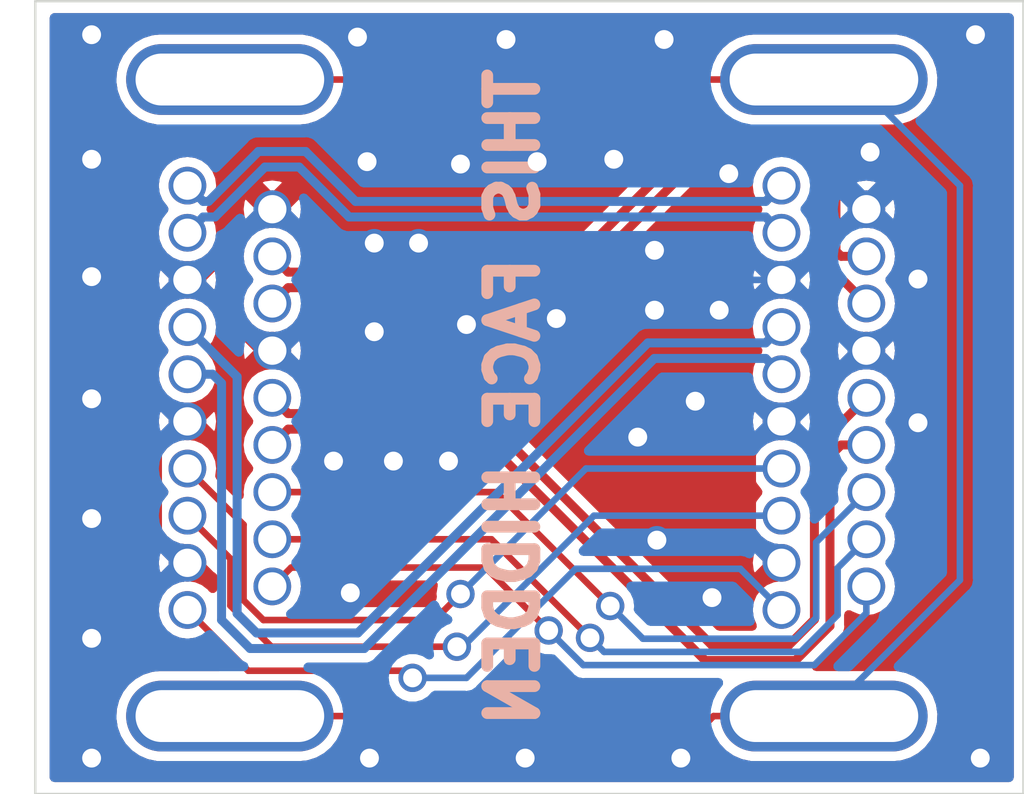
<source format=kicad_pcb>
(kicad_pcb (version 20211014) (generator pcbnew)
  (layers (0 "F.Cu" signal) (31 "B.Cu" signal) (34 "B.Paste" user) (35 "F.Paste" user) (36 "B.SilkS" user "B.Silkscreen") (37 "F.SilkS" user "F.Silkscreen") (38 "B.Mask" user) (39 "F.Mask" user) (44 "Edge.Cuts" user))
  (net 0 "")
  (net 1 "Net-(J2-PadSH)")
  (net 2 "Net-(J2-Pad19)")
  (net 3 "Net-(J2-Pad18)")
  (net 4 "Net-(J2-Pad16)")
  (net 5 "Net-(J2-Pad15)")
  (net 6 "Net-(J2-Pad14)")
  (net 7 "Net-(J2-Pad13)")
  (net 8 "/GND")
  (net 9 "/CLK_N")
  (net 10 "/CLK_P")
  (net 11 "/D0_N")
  (net 12 "/D0_P")
  (net 13 "/D1_N")
  (net 14 "/D1_P")
  (net 15 "/D2_N")
  (net 16 "/D2_P")
  (footprint "ymm:HDMI_A_Kycon_KDMIX-SL1-NS-WS-B15_VerticalRightAngle" (layer "F.Cu") (at 49.2252 27.2796 180)
    (fp_text reference "J2" hide)
    (fp_text value "HDMI_A" hide)
    (pad "1" thru_hole circle locked (at 0 0 180) (size 0.8 0.8) (drill 0.6) (layers *.Cu *.Mask) (net 16 "/D2_P"))
    (pad "2" thru_hole circle locked (at -1.8 -0.5 180) (size 0.8 0.8) (drill 0.6) (layers *.Cu *.Mask) (net 8 "/GND"))
    (pad "3" thru_hole circle locked (at 0 -1 180) (size 0.8 0.8) (drill 0.6) (layers *.Cu *.Mask) (net 15 "/D2_N"))
    (pad "4" thru_hole circle locked (at -1.8 -1.5 180) (size 0.8 0.8) (drill 0.6) (layers *.Cu *.Mask) (net 14 "/D1_P"))
    (pad "5" thru_hole circle locked (at 0 -2 180) (size 0.8 0.8) (drill 0.6) (layers *.Cu *.Mask) (net 8 "/GND"))
    (pad "6" thru_hole circle locked (at -1.8 -2.5 180) (size 0.8 0.8) (drill 0.6) (layers *.Cu *.Mask) (net 13 "/D1_N"))
    (pad "7" thru_hole circle locked (at 0 -3 180) (size 0.8 0.8) (drill 0.6) (layers *.Cu *.Mask) (net 12 "/D0_P"))
    (pad "8" thru_hole circle locked (at -1.8 -3.5 180) (size 0.8 0.8) (drill 0.6) (layers *.Cu *.Mask) (net 8 "/GND"))
    (pad "9" thru_hole circle locked (at 0 -4 180) (size 0.8 0.8) (drill 0.6) (layers *.Cu *.Mask) (net 11 "/D0_N"))
    (pad "10" thru_hole circle locked (at -1.8 -4.5 180) (size 0.8 0.8) (drill 0.6) (layers *.Cu *.Mask) (net 10 "/CLK_P"))
    (pad "11" thru_hole circle locked (at 0 -5 180) (size 0.8 0.8) (drill 0.6) (layers *.Cu *.Mask) (net 8 "/GND"))
    (pad "12" thru_hole circle locked (at -1.8 -5.5 180) (size 0.8 0.8) (drill 0.6) (layers *.Cu *.Mask) (net 9 "/CLK_N"))
    (pad "13" thru_hole circle locked (at 0 -6 180) (size 0.8 0.8) (drill 0.6) (layers *.Cu *.Mask) (net 7 "Net-(J2-Pad13)"))
    (pad "14" thru_hole circle locked (at -1.8 -6.5 180) (size 0.8 0.8) (drill 0.6) (layers *.Cu *.Mask) (net 6 "Net-(J2-Pad14)"))
    (pad "15" thru_hole circle locked (at 0 -7 180) (size 0.8 0.8) (drill 0.6) (layers *.Cu *.Mask) (net 5 "Net-(J2-Pad15)"))
    (pad "16" thru_hole circle locked (at -1.8 -7.5 180) (size 0.8 0.8) (drill 0.6) (layers *.Cu *.Mask) (net 4 "Net-(J2-Pad16)"))
    (pad "17" thru_hole circle locked (at 0 -8 180) (size 0.8 0.8) (drill 0.6) (layers *.Cu *.Mask) (net 8 "/GND"))
    (pad "18" thru_hole circle locked (at -1.8 -8.5 180) (size 0.8 0.8) (drill 0.6) (layers *.Cu *.Mask) (net 3 "Net-(J2-Pad18)"))
    (pad "19" thru_hole circle locked (at 0 -9 180) (size 0.8 0.8) (drill 0.6) (layers *.Cu *.Mask) (net 2 "Net-(J2-Pad19)"))
    (pad "SH" thru_hole oval locked (at -0.9 2.25 180) (size 4.4 1.5) (drill oval 4 1.1) (layers *.Cu *.Mask) (net 1 "Net-(J2-PadSH)"))
    (pad "SH" thru_hole oval locked (at -0.9 -11.25 180) (size 4.4 1.5) (drill oval 4 1.1) (layers *.Cu *.Mask) (net 1 "Net-(J2-PadSH)"))
  )
  (footprint "ymm:HDMI_A_Kycon_KDMIX-SL1-NS-WS-B15_VerticalRightAngle" (layer "F.Cu") (at 36.6268 27.2796 180)
    (fp_text reference "J4" hide)
    (fp_text value "HDMI_A" hide)
    (pad "1" thru_hole circle locked (at 0 0 180) (size 0.8 0.8) (drill 0.6) (layers *.Cu *.Mask) (net 16 "/D2_P"))
    (pad "2" thru_hole circle locked (at -1.8 -0.5 180) (size 0.8 0.8) (drill 0.6) (layers *.Cu *.Mask) (net 8 "/GND"))
    (pad "3" thru_hole circle locked (at 0 -1 180) (size 0.8 0.8) (drill 0.6) (layers *.Cu *.Mask) (net 15 "/D2_N"))
    (pad "4" thru_hole circle locked (at -1.8 -1.5 180) (size 0.8 0.8) (drill 0.6) (layers *.Cu *.Mask) (net 14 "/D1_P"))
    (pad "5" thru_hole circle locked (at 0 -2 180) (size 0.8 0.8) (drill 0.6) (layers *.Cu *.Mask) (net 8 "/GND"))
    (pad "6" thru_hole circle locked (at -1.8 -2.5 180) (size 0.8 0.8) (drill 0.6) (layers *.Cu *.Mask) (net 13 "/D1_N"))
    (pad "7" thru_hole circle locked (at 0 -3 180) (size 0.8 0.8) (drill 0.6) (layers *.Cu *.Mask) (net 12 "/D0_P"))
    (pad "8" thru_hole circle locked (at -1.8 -3.5 180) (size 0.8 0.8) (drill 0.6) (layers *.Cu *.Mask) (net 8 "/GND"))
    (pad "9" thru_hole circle locked (at 0 -4 180) (size 0.8 0.8) (drill 0.6) (layers *.Cu *.Mask) (net 11 "/D0_N"))
    (pad "10" thru_hole circle locked (at -1.8 -4.5 180) (size 0.8 0.8) (drill 0.6) (layers *.Cu *.Mask) (net 10 "/CLK_P"))
    (pad "11" thru_hole circle locked (at 0 -5 180) (size 0.8 0.8) (drill 0.6) (layers *.Cu *.Mask) (net 8 "/GND"))
    (pad "12" thru_hole circle locked (at -1.8 -5.5 180) (size 0.8 0.8) (drill 0.6) (layers *.Cu *.Mask) (net 9 "/CLK_N"))
    (pad "13" thru_hole circle locked (at 0 -6 180) (size 0.8 0.8) (drill 0.6) (layers *.Cu *.Mask) (net 7 "Net-(J2-Pad13)"))
    (pad "14" thru_hole circle locked (at -1.8 -6.5 180) (size 0.8 0.8) (drill 0.6) (layers *.Cu *.Mask) (net 6 "Net-(J2-Pad14)"))
    (pad "15" thru_hole circle locked (at 0 -7 180) (size 0.8 0.8) (drill 0.6) (layers *.Cu *.Mask) (net 5 "Net-(J2-Pad15)"))
    (pad "16" thru_hole circle locked (at -1.8 -7.5 180) (size 0.8 0.8) (drill 0.6) (layers *.Cu *.Mask) (net 4 "Net-(J2-Pad16)"))
    (pad "17" thru_hole circle locked (at 0 -8 180) (size 0.8 0.8) (drill 0.6) (layers *.Cu *.Mask) (net 8 "/GND"))
    (pad "18" thru_hole circle locked (at -1.8 -8.5 180) (size 0.8 0.8) (drill 0.6) (layers *.Cu *.Mask) (net 3 "Net-(J2-Pad18)"))
    (pad "19" thru_hole circle locked (at 0 -9 180) (size 0.8 0.8) (drill 0.6) (layers *.Cu *.Mask) (net 2 "Net-(J2-Pad19)"))
    (pad "SH" thru_hole oval locked (at -0.9 2.25 180) (size 4.4 1.5) (drill oval 4 1.1) (layers *.Cu *.Mask) (net 1 "Net-(J2-PadSH)"))
    (pad "SH" thru_hole oval locked (at -0.9 -11.25 180) (size 4.4 1.5) (drill oval 4 1.1) (layers *.Cu *.Mask) (net 1 "Net-(J2-PadSH)"))
  )
  (gr_line (start 33.4 40.1828) (end 33.4 23.368) (layer "Edge.Cuts") (width 0.05))
  (gr_line (start 54.356 23.368) (end 54.356 40.1828) (layer "Edge.Cuts") (width 0.05))
  (gr_line (start 54.356 40.1828) (end 33.4 40.1828) (layer "Edge.Cuts") (width 0.05))
  (gr_line (start 33.4 23.368) (end 54.356 23.368) (layer "Edge.Cuts") (width 0.05))
  (gr_text "THIS FACE HIDDEN" (at 43.5356 31.7754 90) (layer "B.SilkS") (effects (font (size 1 1) (thickness 0.25)) (justify mirror)))
  (segment (start 47.705547 38.609553) (end 47.7855 38.5296) (width 0.1397) (layer "F.Cu") (net 1))
  (segment (start 42.474462 38.5296) (end 42.554415 38.609553) (width 0.1397) (layer "F.Cu") (net 1))
  (segment (start 47.7855 38.5296) (end 50.1252 38.5296) (width 0.1397) (layer "F.Cu") (net 1))
  (segment (start 37.5268 38.5296) (end 42.474462 38.5296) (width 0.1397) (layer "F.Cu") (net 1))
  (segment (start 37.5268 25.0296) (end 50.1252 25.0296) (width 0.1397) (layer "F.Cu") (net 1))
  (segment (start 42.554415 38.609553) (end 47.705547 38.609553) (width 0.1397) (layer "F.Cu") (net 1))
  (segment (start 53.0098 35.645) (end 50.1252 38.5296) (width 0.1397) (layer "B.Cu") (net 1))
  (segment (start 50.1252 25.0296) (end 50.1252 25.284) (width 0.1397) (layer "B.Cu") (net 1))
  (segment (start 50.7598 25.0296) (end 53.0098 27.2796) (width 0.1397) (layer "B.Cu") (net 1))
  (segment (start 50.1252 25.0296) (end 50.7598 25.0296) (width 0.1397) (layer "B.Cu") (net 1))
  (segment (start 53.0098 27.2796) (end 53.0098 35.645) (width 0.1397) (layer "B.Cu") (net 1))
  (segment (start 37.915351 37.568151) (end 41.251151 37.568151) (width 0.1397) (layer "F.Cu") (net 2))
  (segment (start 36.6268 36.2796) (end 37.915351 37.568151) (width 0.1397) (layer "F.Cu") (net 2))
  (segment (start 41.251151 37.568151) (end 41.402 37.719) (width 0.1397) (layer "F.Cu") (net 2))
  (via (at 41.402 37.719) (size 0.6) (drill 0.4) (layers "F.Cu" "B.Cu") (net 2))
  (segment (start 49.2252 36.2796) (end 48.351649 35.406049) (width 0.1397) (layer "B.Cu") (net 2))
  (segment (start 42.545 37.719) (end 41.402 37.719) (width 0.1397) (layer "B.Cu") (net 2))
  (segment (start 44.857951 35.406049) (end 42.545 37.719) (width 0.1397) (layer "B.Cu") (net 2))
  (segment (start 48.351649 35.406049) (end 44.857951 35.406049) (width 0.1397) (layer "B.Cu") (net 2))
  (segment (start 38.826799 35.379601) (end 42.953159 35.379601) (width 0.1397) (layer "F.Cu") (net 3))
  (segment (start 42.953159 35.379601) (end 44.287859 36.714301) (width 0.1397) (layer "F.Cu") (net 3))
  (segment (start 38.4268 35.7796) (end 38.826799 35.379601) (width 0.1397) (layer "F.Cu") (net 3))
  (via (at 44.287859 36.714301) (size 0.6) (drill 0.4) (layers "F.Cu" "B.Cu") (net 3))
  (segment (start 49.922514 37.447971) (end 45.021529 37.447971) (width 0.1397) (layer "B.Cu") (net 3))
  (segment (start 51.0252 36.345285) (end 49.922514 37.447971) (width 0.1397) (layer "B.Cu") (net 3))
  (segment (start 45.021529 37.447971) (end 44.287859 36.714301) (width 0.1397) (layer "B.Cu") (net 3))
  (segment (start 51.0252 35.7796) (end 51.0252 36.345285) (width 0.1397) (layer "B.Cu") (net 3))
  (segment (start 43.073786 34.7796) (end 45.164797 36.870611) (width 0.1397) (layer "F.Cu") (net 4))
  (segment (start 38.4268 34.7796) (end 43.073786 34.7796) (width 0.1397) (layer "F.Cu") (net 4))
  (via (at 45.164797 36.870611) (size 0.6) (drill 0.4) (layers "F.Cu" "B.Cu") (net 4))
  (segment (start 45.462747 37.168561) (end 45.164797 36.870611) (width 0.1397) (layer "B.Cu") (net 4))
  (segment (start 50.415649 35.389151) (end 50.415649 36.386432) (width 0.1397) (layer "B.Cu") (net 4))
  (segment (start 49.63352 37.168561) (end 45.462747 37.168561) (width 0.1397) (layer "B.Cu") (net 4))
  (segment (start 50.415649 36.386432) (end 49.63352 37.168561) (width 0.1397) (layer "B.Cu") (net 4))
  (segment (start 51.0252 34.7796) (end 50.415649 35.389151) (width 0.1397) (layer "B.Cu") (net 4))
  (segment (start 38.408519 37.0586) (end 42.3418 37.0586) (width 0.1397) (layer "F.Cu") (net 5))
  (segment (start 37.537839 36.18792) (end 38.408519 37.0586) (width 0.1397) (layer "F.Cu") (net 5))
  (segment (start 37.537839 35.190639) (end 37.537839 36.18792) (width 0.1397) (layer "F.Cu") (net 5))
  (segment (start 36.6268 34.2796) (end 37.537839 35.190639) (width 0.1397) (layer "F.Cu") (net 5))
  (via (at 42.3418 37.0586) (size 0.6) (drill 0.4) (layers "F.Cu" "B.Cu") (net 5))
  (segment (start 45.2478 34.2796) (end 42.4688 37.0586) (width 0.1397) (layer "B.Cu") (net 5))
  (segment (start 49.2252 34.2796) (end 45.2478 34.2796) (width 0.1397) (layer "B.Cu") (net 5))
  (segment (start 42.4688 37.0586) (end 42.3418 37.0586) (width 0.1397) (layer "B.Cu") (net 5))
  (segment (start 43.1776 33.7796) (end 45.593 36.195) (width 0.1397) (layer "F.Cu") (net 6))
  (segment (start 38.4268 33.7796) (end 43.1776 33.7796) (width 0.1397) (layer "F.Cu") (net 6))
  (via (at 45.593 36.195) (size 0.6) (drill 0.4) (layers "F.Cu" "B.Cu") (net 6))
  (segment (start 49.9618 36.445135) (end 49.517785 36.88915) (width 0.1397) (layer "B.Cu") (net 6))
  (segment (start 51.0252 33.7796) (end 49.9618 34.843) (width 0.1397) (layer "B.Cu") (net 6))
  (segment (start 49.9618 34.843) (end 49.9618 36.445135) (width 0.1397) (layer "B.Cu") (net 6))
  (segment (start 46.28715 36.88915) (end 45.593 36.195) (width 0.1397) (layer "B.Cu") (net 6))
  (segment (start 49.517785 36.88915) (end 46.28715 36.88915) (width 0.1397) (layer "B.Cu") (net 6))
  (segment (start 38.237535 36.492471) (end 41.866529 36.492471) (width 0.1397) (layer "F.Cu") (net 7))
  (segment (start 41.866529 36.492471) (end 42.418 35.941) (width 0.1397) (layer "F.Cu") (net 7))
  (segment (start 37.817249 36.072185) (end 38.237535 36.492471) (width 0.1397) (layer "F.Cu") (net 7))
  (segment (start 36.6268 33.2796) (end 37.817249 34.470049) (width 0.1397) (layer "F.Cu") (net 7))
  (segment (start 37.817249 34.470049) (end 37.817249 36.072185) (width 0.1397) (layer "F.Cu") (net 7))
  (via (at 42.418 35.941) (size 0.6) (drill 0.4) (layers "F.Cu" "B.Cu") (net 7))
  (segment (start 49.2252 33.2796) (end 45.0794 33.2796) (width 0.1397) (layer "B.Cu") (net 7))
  (segment (start 45.0794 33.2796) (end 42.418 35.941) (width 0.1397) (layer "B.Cu") (net 7))
  (segment (start 36.017249 34.670049) (end 36.6268 35.2796) (width 0.1397) (layer "F.Cu") (net 8))
  (segment (start 38.4268 27.7796) (end 36.9268 29.2796) (width 0.1397) (layer "F.Cu") (net 8))
  (segment (start 49.2252 32.2796) (end 48.615649 32.889151) (width 0.1397) (layer "F.Cu") (net 8))
  (segment (start 36.6268 32.2796) (end 38.1268 30.7796) (width 0.1397) (layer "F.Cu") (net 8))
  (segment (start 36.017249 32.889151) (end 36.017249 34.670049) (width 0.1397) (layer "F.Cu") (net 8))
  (segment (start 48.615649 34.670049) (end 49.2252 35.2796) (width 0.1397) (layer "F.Cu") (net 8))
  (segment (start 48.615649 32.889151) (end 48.615649 34.670049) (width 0.1397) (layer "F.Cu") (net 8))
  (segment (start 36.9268 29.2796) (end 36.6268 29.2796) (width 0.1397) (layer "F.Cu") (net 8))
  (segment (start 36.6268 29.2796) (end 38.1268 30.7796) (width 0.1397) (layer "F.Cu") (net 8))
  (segment (start 38.1268 30.7796) (end 38.4268 30.7796) (width 0.1397) (layer "F.Cu") (net 8))
  (segment (start 36.6268 32.2796) (end 36.017249 32.889151) (width 0.1397) (layer "F.Cu") (net 8))
  (via (at 40.5892 28.4988) (size 0.6) (drill 0.4) (layers "F.Cu" "B.Cu") (net 8))
  (via (at 48.1076 27.0256) (size 0.6) (drill 0.4) (layers "F.Cu" "B.Cu") (net 8))
  (via (at 41.529 28.4988) (size 0.6) (drill 0.4) (layers "F.Cu" "B.Cu") (net 8))
  (via (at 39.7256 33.1216) (size 0.6) (drill 0.4) (layers "F.Cu" "B.Cu") (net 8))
  (via (at 40.4876 39.4208) (size 0.6) (drill 0.4) (layers "F.Cu" "B.Cu") (net 8))
  (via (at 40.5892 30.3784) (size 0.6) (drill 0.4) (layers "F.Cu" "B.Cu") (net 8))
  (via (at 46.5328 28.6512) (size 0.6) (drill 0.4) (layers "F.Cu" "B.Cu") (net 8))
  (via (at 52.1208 29.2608) (size 0.6) (drill 0.4) (layers "F.Cu" "B.Cu") (net 8))
  (via (at 34.5948 29.21) (size 0.6) (drill 0.4) (layers "F.Cu" "B.Cu") (net 8))
  (via (at 46.5836 34.798) (size 0.6) (drill 0.4) (layers "F.Cu" "B.Cu") (net 8))
  (via (at 34.5948 26.7208) (size 0.6) (drill 0.4) (layers "F.Cu" "B.Cu") (net 8))
  (via (at 44.45 30.099) (size 0.6) (drill 0.4) (layers "F.Cu" "B.Cu") (net 8))
  (via (at 47.9044 29.9212) (size 0.6) (drill 0.4) (layers "F.Cu" "B.Cu") (net 8))
  (via (at 44.0436 26.7716) (size 0.6) (drill 0.4) (layers "F.Cu" "B.Cu") (net 8))
  (via (at 52.1208 32.3088) (size 0.6) (drill 0.4) (layers "F.Cu" "B.Cu") (net 8))
  (via (at 47.0916 39.4208) (size 0.6) (drill 0.4) (layers "F.Cu" "B.Cu") (net 8))
  (via (at 51.1048 26.5684) (size 0.6) (drill 0.4) (layers "F.Cu" "B.Cu") (net 8))
  (via (at 47.3964 31.8516) (size 0.6) (drill 0.4) (layers "F.Cu" "B.Cu") (net 8))
  (via (at 34.5948 34.3408) (size 0.6) (drill 0.4) (layers "F.Cu" "B.Cu") (net 8))
  (via (at 46.1772 32.6136) (size 0.6) (drill 0.4) (layers "F.Cu" "B.Cu") (net 8))
  (via (at 46.5328 29.9212) (size 0.6) (drill 0.4) (layers "F.Cu" "B.Cu") (net 8))
  (via (at 40.4368 26.7716) (size 0.6) (drill 0.4) (layers "F.Cu" "B.Cu") (net 8))
  (via (at 43.3832 24.1808) (size 0.6) (drill 0.4) (layers "F.Cu" "B.Cu") (net 8))
  (via (at 47.752 36.0172) (size 0.6) (drill 0.4) (layers "F.Cu" "B.Cu") (net 8))
  (via (at 46.736 24.1808) (size 0.6) (drill 0.4) (layers "F.Cu" "B.Cu") (net 8))
  (via (at 42.164 33.1216) (size 0.6) (drill 0.4) (layers "F.Cu" "B.Cu") (net 8))
  (via (at 34.5948 24.0792) (size 0.6) (drill 0.4) (layers "F.Cu" "B.Cu") (net 8))
  (via (at 42.418 26.8224) (size 0.6) (drill 0.4) (layers "F.Cu" "B.Cu") (net 8))
  (via (at 45.6692 26.7208) (size 0.6) (drill 0.4) (layers "F.Cu" "B.Cu") (net 8))
  (via (at 53.34 24.0792) (size 0.6) (drill 0.4) (layers "F.Cu" "B.Cu") (net 8))
  (via (at 40.2336 24.13) (size 0.6) (drill 0.4) (layers "F.Cu" "B.Cu") (net 8))
  (via (at 53.4416 39.4208) (size 0.6) (drill 0.4) (layers "F.Cu" "B.Cu") (net 8))
  (via (at 40.9956 33.1216) (size 0.6) (drill 0.4) (layers "F.Cu" "B.Cu") (net 8))
  (via (at 40.0812 35.9156) (size 0.6) (drill 0.4) (layers "F.Cu" "B.Cu") (net 8))
  (via (at 43.7896 39.4208) (size 0.6) (drill 0.4) (layers "F.Cu" "B.Cu") (net 8))
  (via (at 34.5948 39.4208) (size 0.6) (drill 0.4) (layers "F.Cu" "B.Cu") (net 8))
  (via (at 34.5948 31.8008) (size 0.6) (drill 0.4) (layers "F.Cu" "B.Cu") (net 8))
  (via (at 42.545 30.226) (size 0.6) (drill 0.4) (layers "F.Cu" "B.Cu") (net 8))
  (via (at 34.5948 36.8808) (size 0.6) (drill 0.4) (layers "F.Cu" "B.Cu") (net 8))
  (segment (start 49.5252 32.2796) (end 49.2252 32.2796) (width 0.1397) (layer "B.Cu") (net 8))
  (segment (start 50.7252 30.7796) (end 51.0252 30.7796) (width 0.1397) (layer "B.Cu") (net 8))
  (segment (start 51.0252 30.7796) (end 49.5252 32.2796) (width 0.1397) (layer "B.Cu") (net 8))
  (segment (start 49.2252 29.2796) (end 50.7252 30.7796) (width 0.1397) (layer "B.Cu") (net 8))
  (segment (start 51.0252 27.7796) (end 49.5252 29.2796) (width 0.1397) (layer "B.Cu") (net 8))
  (segment (start 49.5252 29.2796) (end 49.2252 29.2796) (width 0.1397) (layer "B.Cu") (net 8))
  (segment (start 49.2252 29.2796) (end 39.9268 29.2796) (width 0.1397) (layer "B.Cu") (net 8))
  (segment (start 39.9268 29.2796) (end 38.4268 27.7796) (width 0.1397) (layer "B.Cu") (net 8))
  (segment (start 51.0252 32.7796) (end 50.492174 32.7796) (width 0.1905) (layer "F.Cu") (net 9))
  (segment (start 38.7617 32.4447) (end 38.4268 32.7796) (width 0.1905) (layer "F.Cu") (net 9))
  (segment (start 50.2539 33.017874) (end 50.2539 36.618988) (width 0.1905) (layer "F.Cu") (net 9))
  (segment (start 42.701412 32.4447) (end 38.7617 32.4447) (width 0.1905) (layer "F.Cu") (net 9))
  (segment (start 49.522188 37.3507) (end 47.607412 37.3507) (width 0.1905) (layer "F.Cu") (net 9))
  (segment (start 50.2539 36.618988) (end 49.522188 37.3507) (width 0.1905) (layer "F.Cu") (net 9))
  (segment (start 50.492174 32.7796) (end 50.2539 33.017874) (width 0.1905) (layer "F.Cu") (net 9))
  (segment (start 47.607412 37.3507) (end 42.701412 32.4447) (width 0.1905) (layer "F.Cu") (net 9))
  (segment (start 49.9237 32.8811) (end 49.9237 36.482212) (width 0.1905) (layer "F.Cu") (net 10))
  (segment (start 42.838188 32.1145) (end 38.7617 32.1145) (width 0.1905) (layer "F.Cu") (net 10))
  (segment (start 47.744188 37.0205) (end 42.838188 32.1145) (width 0.1905) (layer "F.Cu") (net 10))
  (segment (start 38.7617 32.1145) (end 38.4268 31.7796) (width 0.1905) (layer "F.Cu") (net 10))
  (segment (start 49.9237 36.482212) (end 49.385412 37.0205) (width 0.1905) (layer "F.Cu") (net 10))
  (segment (start 51.0252 31.7796) (end 49.9237 32.8811) (width 0.1905) (layer "F.Cu") (net 10))
  (segment (start 49.385412 37.0205) (end 47.744188 37.0205) (width 0.1905) (layer "F.Cu") (net 10))
  (segment (start 37.159826 31.2796) (end 37.3507 31.470474) (width 0.1905) (layer "B.Cu") (net 11))
  (segment (start 37.3507 36.491988) (end 37.955412 37.0967) (width 0.1905) (layer "B.Cu") (net 11))
  (segment (start 37.3507 31.470474) (end 37.3507 36.491988) (width 0.1905) (layer "B.Cu") (net 11))
  (segment (start 36.6268 31.2796) (end 37.159826 31.2796) (width 0.1905) (layer "B.Cu") (net 11))
  (segment (start 37.955412 37.0967) (end 40.378188 37.0967) (width 0.1905) (layer "B.Cu") (net 11))
  (segment (start 48.8903 30.9447) (end 49.2252 31.2796) (width 0.1905) (layer "B.Cu") (net 11))
  (segment (start 46.530188 30.9447) (end 48.8903 30.9447) (width 0.1905) (layer "B.Cu") (net 11))
  (segment (start 40.378188 37.0967) (end 46.530188 30.9447) (width 0.1905) (layer "B.Cu") (net 11))
  (segment (start 40.241412 36.7665) (end 46.393412 30.6145) (width 0.1905) (layer "B.Cu") (net 12))
  (segment (start 37.6809 31.3337) (end 37.6809 36.355212) (width 0.1905) (layer "B.Cu") (net 12))
  (segment (start 36.6268 30.2796) (end 37.6809 31.3337) (width 0.1905) (layer "B.Cu") (net 12))
  (segment (start 37.6809 36.355212) (end 38.092188 36.7665) (width 0.1905) (layer "B.Cu") (net 12))
  (segment (start 38.092188 36.7665) (end 40.241412 36.7665) (width 0.1905) (layer "B.Cu") (net 12))
  (segment (start 48.8903 30.6145) (end 49.2252 30.2796) (width 0.1905) (layer "B.Cu") (net 12))
  (segment (start 46.393412 30.6145) (end 48.8903 30.6145) (width 0.1905) (layer "B.Cu") (net 12))
  (segment (start 44.728188 29.4447) (end 38.7617 29.4447) (width 0.1905) (layer "F.Cu") (net 13))
  (segment (start 50.0507 26.966988) (end 49.512412 26.4287) (width 0.1905) (layer "F.Cu") (net 13))
  (segment (start 38.7617 29.4447) (end 38.4268 29.7796) (width 0.1905) (layer "F.Cu") (net 13))
  (segment (start 50.0507 28.8051) (end 50.0507 26.966988) (width 0.1905) (layer "F.Cu") (net 13))
  (segment (start 49.512412 26.4287) (end 47.744188 26.4287) (width 0.1905) (layer "F.Cu") (net 13))
  (segment (start 51.0252 29.7796) (end 50.0507 28.8051) (width 0.1905) (layer "F.Cu") (net 13))
  (segment (start 47.744188 26.4287) (end 44.728188 29.4447) (width 0.1905) (layer "F.Cu") (net 13))
  (segment (start 50.3809 26.830212) (end 49.649188 26.0985) (width 0.1905) (layer "F.Cu") (net 14))
  (segment (start 44.591412 29.1145) (end 38.7617 29.1145) (width 0.1905) (layer "F.Cu") (net 14))
  (segment (start 51.0252 28.7796) (end 50.492174 28.7796) (width 0.1905) (layer "F.Cu") (net 14))
  (segment (start 49.649188 26.0985) (end 47.607412 26.0985) (width 0.1905) (layer "F.Cu") (net 14))
  (segment (start 38.7617 29.1145) (end 38.4268 28.7796) (width 0.1905) (layer "F.Cu") (net 14))
  (segment (start 50.492174 28.7796) (end 50.3809 28.668326) (width 0.1905) (layer "F.Cu") (net 14))
  (segment (start 50.3809 28.668326) (end 50.3809 26.830212) (width 0.1905) (layer "F.Cu") (net 14))
  (segment (start 47.607412 26.0985) (end 44.591412 29.1145) (width 0.1905) (layer "F.Cu") (net 14))
  (segment (start 48.8903 27.9447) (end 40.055612 27.9447) (width 0.1905) (layer "B.Cu") (net 15))
  (segment (start 38.996812 26.8859) (end 38.269988 26.8859) (width 0.1905) (layer "B.Cu") (net 15))
  (segment (start 37.211188 27.9447) (end 36.9617 27.9447) (width 0.1905) (layer "B.Cu") (net 15))
  (segment (start 38.269988 26.8859) (end 37.211188 27.9447) (width 0.1905) (layer "B.Cu") (net 15))
  (segment (start 49.2252 28.2796) (end 48.8903 27.9447) (width 0.1905) (layer "B.Cu") (net 15))
  (segment (start 40.055612 27.9447) (end 38.996812 26.8859) (width 0.1905) (layer "B.Cu") (net 15))
  (segment (start 36.9617 27.9447) (end 36.6268 28.2796) (width 0.1905) (layer "B.Cu") (net 15))
  (segment (start 49.2252 27.2796) (end 48.8903 27.6145) (width 0.1905) (layer "B.Cu") (net 16))
  (segment (start 36.9617 27.6145) (end 36.6268 27.2796) (width 0.1905) (layer "B.Cu") (net 16))
  (segment (start 37.074412 27.6145) (end 36.9617 27.6145) (width 0.1905) (layer "B.Cu") (net 16))
  (segment (start 38.133212 26.5557) (end 37.074412 27.6145) (width 0.1905) (layer "B.Cu") (net 16))
  (segment (start 39.133588 26.5557) (end 38.133212 26.5557) (width 0.1905) (layer "B.Cu") (net 16))
  (segment (start 40.192388 27.6145) (end 39.133588 26.5557) (width 0.1905) (layer "B.Cu") (net 16))
  (segment (start 48.8903 27.6145) (end 40.192388 27.6145) (width 0.1905) (layer "B.Cu") (net 16))
  (zone (net 8) (net_name "/GND") (layers F&B.Cu) (connect_pads thru_hole_only (clearance 0.2032)) (min_thickness 0.2032) (fill yes (thermal_gap 0.2032) (thermal_bridge_width 0.508))
    (polygon (pts (xy 54.2036 39.9288) (xy 33.7058 39.9288) (xy 33.7058 23.622) (xy 54.2036 23.622)))
  )
  (zone (net 8) (net_name "/GND") (layer "B.Cu") (connect_pads thru_hole_only (clearance 0.2032)) (min_thickness 0.2032) (fill yes (thermal_gap 0.2032) (thermal_bridge_width 0.508))
    (polygon (pts (xy 54.2036 39.9288) (xy 33.7058 39.9288) (xy 33.7058 23.622) (xy 54.2036 23.622)))
  )
)
</source>
